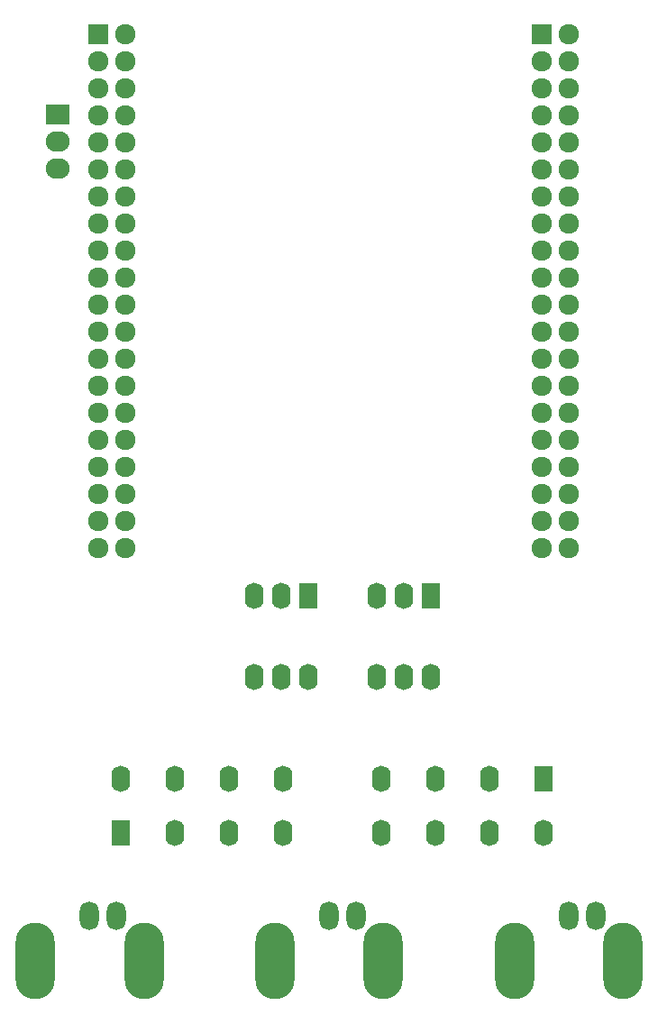
<source format=gbr>
G04 #@! TF.FileFunction,Soldermask,Bot*
%FSLAX46Y46*%
G04 Gerber Fmt 4.6, Leading zero omitted, Abs format (unit mm)*
G04 Created by KiCad (PCBNEW (2015-07-28 BZR 6012)-product) date Fr 07 Aug 2015 18:57:51 CEST*
%MOMM*%
G01*
G04 APERTURE LIST*
%ADD10C,0.100000*%
%ADD11R,1.927200X1.927200*%
%ADD12O,1.927200X1.927200*%
%ADD13O,3.700120X7.200240*%
%ADD14O,1.800200X2.699360*%
%ADD15R,2.232000X1.927200*%
%ADD16O,2.232000X1.927200*%
%ADD17R,1.774800X2.486000*%
%ADD18O,1.774800X2.486000*%
G04 APERTURE END LIST*
D10*
D11*
X102000000Y-67000000D03*
D12*
X104540000Y-67000000D03*
X102000000Y-69540000D03*
X104540000Y-69540000D03*
X102000000Y-72080000D03*
X104540000Y-72080000D03*
X102000000Y-74620000D03*
X104540000Y-74620000D03*
X102000000Y-77160000D03*
X104540000Y-77160000D03*
X102000000Y-79700000D03*
X104540000Y-79700000D03*
X102000000Y-82240000D03*
X104540000Y-82240000D03*
X102000000Y-84780000D03*
X104540000Y-84780000D03*
X102000000Y-87320000D03*
X104540000Y-87320000D03*
X102000000Y-89860000D03*
X104540000Y-89860000D03*
X102000000Y-92400000D03*
X104540000Y-92400000D03*
X102000000Y-94940000D03*
X104540000Y-94940000D03*
X102000000Y-97480000D03*
X104540000Y-97480000D03*
X102000000Y-100020000D03*
X104540000Y-100020000D03*
X102000000Y-102560000D03*
X104540000Y-102560000D03*
X102000000Y-105100000D03*
X104540000Y-105100000D03*
X102000000Y-107640000D03*
X104540000Y-107640000D03*
X102000000Y-110180000D03*
X104540000Y-110180000D03*
X102000000Y-112720000D03*
X104540000Y-112720000D03*
X102000000Y-115260000D03*
X104540000Y-115260000D03*
D11*
X60300000Y-67000000D03*
D12*
X62840000Y-67000000D03*
X60300000Y-69540000D03*
X62840000Y-69540000D03*
X60300000Y-72080000D03*
X62840000Y-72080000D03*
X60300000Y-74620000D03*
X62840000Y-74620000D03*
X60300000Y-77160000D03*
X62840000Y-77160000D03*
X60300000Y-79700000D03*
X62840000Y-79700000D03*
X60300000Y-82240000D03*
X62840000Y-82240000D03*
X60300000Y-84780000D03*
X62840000Y-84780000D03*
X60300000Y-87320000D03*
X62840000Y-87320000D03*
X60300000Y-89860000D03*
X62840000Y-89860000D03*
X60300000Y-92400000D03*
X62840000Y-92400000D03*
X60300000Y-94940000D03*
X62840000Y-94940000D03*
X60300000Y-97480000D03*
X62840000Y-97480000D03*
X60300000Y-100020000D03*
X62840000Y-100020000D03*
X60300000Y-102560000D03*
X62840000Y-102560000D03*
X60300000Y-105100000D03*
X62840000Y-105100000D03*
X60300000Y-107640000D03*
X62840000Y-107640000D03*
X60300000Y-110180000D03*
X62840000Y-110180000D03*
X60300000Y-112720000D03*
X62840000Y-112720000D03*
X60300000Y-115260000D03*
X62840000Y-115260000D03*
D13*
X109597780Y-154063400D03*
X99399680Y-154063400D03*
D14*
X104500000Y-149798740D03*
X106999360Y-149798740D03*
D13*
X87097780Y-154063400D03*
X76899680Y-154063400D03*
D14*
X82000000Y-149798740D03*
X84499360Y-149798740D03*
D13*
X64597780Y-154063400D03*
X54399680Y-154063400D03*
D14*
X59500000Y-149798740D03*
X61999360Y-149798740D03*
D15*
X56500000Y-74500000D03*
D16*
X56500000Y-77040000D03*
X56500000Y-79580000D03*
D17*
X91540000Y-119740000D03*
D18*
X89000000Y-119740000D03*
X86460000Y-119740000D03*
X86460000Y-127360000D03*
X89000000Y-127360000D03*
X91540000Y-127360000D03*
D17*
X80040000Y-119740000D03*
D18*
X77500000Y-119740000D03*
X74960000Y-119740000D03*
X74960000Y-127360000D03*
X77500000Y-127360000D03*
X80040000Y-127360000D03*
D17*
X102120000Y-136960000D03*
D18*
X102120000Y-142040000D03*
X97040000Y-136960000D03*
X97040000Y-142040000D03*
X91960000Y-136960000D03*
X91960000Y-142040000D03*
X86880000Y-136960000D03*
X86880000Y-142040000D03*
D17*
X62380000Y-142040000D03*
D18*
X62380000Y-136960000D03*
X67460000Y-142040000D03*
X67460000Y-136960000D03*
X72540000Y-142040000D03*
X72540000Y-136960000D03*
X77620000Y-142040000D03*
X77620000Y-136960000D03*
M02*

</source>
